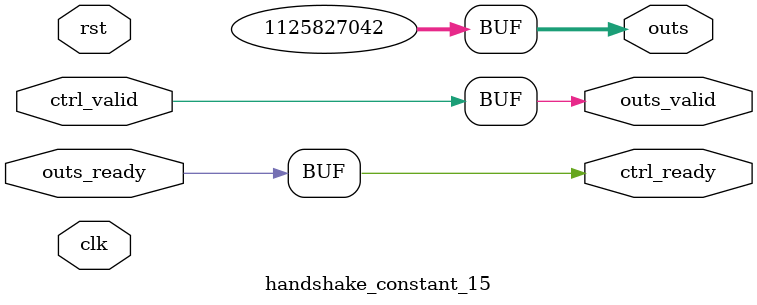
<source format=v>
`timescale 1ns / 1ps
module handshake_constant_15 #(
  parameter DATA_WIDTH = 32  // Default set to 32 bits
) (
  input                       clk,
  input                       rst,
  // Input Channel
  input                       ctrl_valid,
  output                      ctrl_ready,
  // Output Channel
  output [DATA_WIDTH - 1 : 0] outs,
  output                      outs_valid,
  input                       outs_ready
);
  assign outs       = 35'b01101000011000110101100000111100010;
  assign outs_valid = ctrl_valid;
  assign ctrl_ready = outs_ready;

endmodule

</source>
